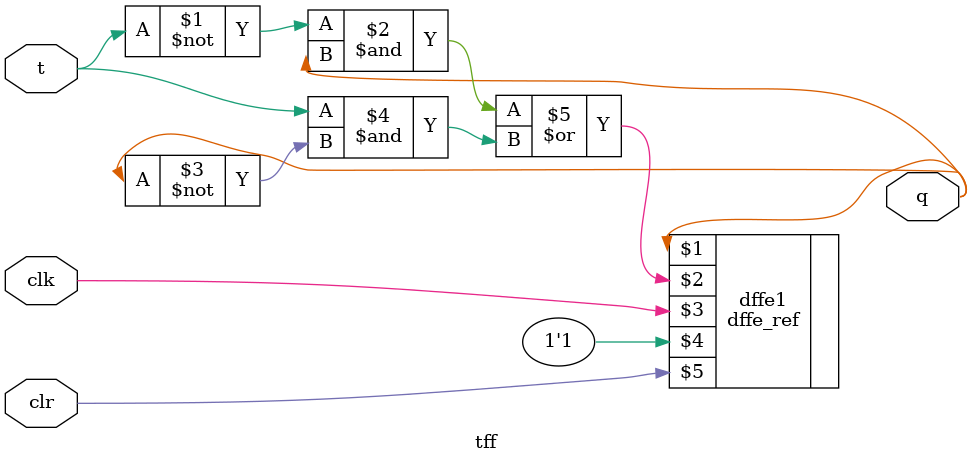
<source format=v>
module tff(t, clk, q,clr);
    input t,clk,clr;
    output q;

    //q, d, clk, en, clr
    dffe_ref dffe1(q,(~t&q)|(t&~q),clk,1'b1,clr);
endmodule
</source>
